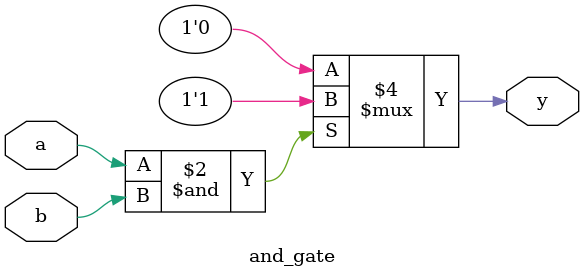
<source format=v>
module and_gate(input a,b,output reg y);

always@(*)begin
if(a&b)
y=1;
else
y=0;
end
endmodule

</source>
